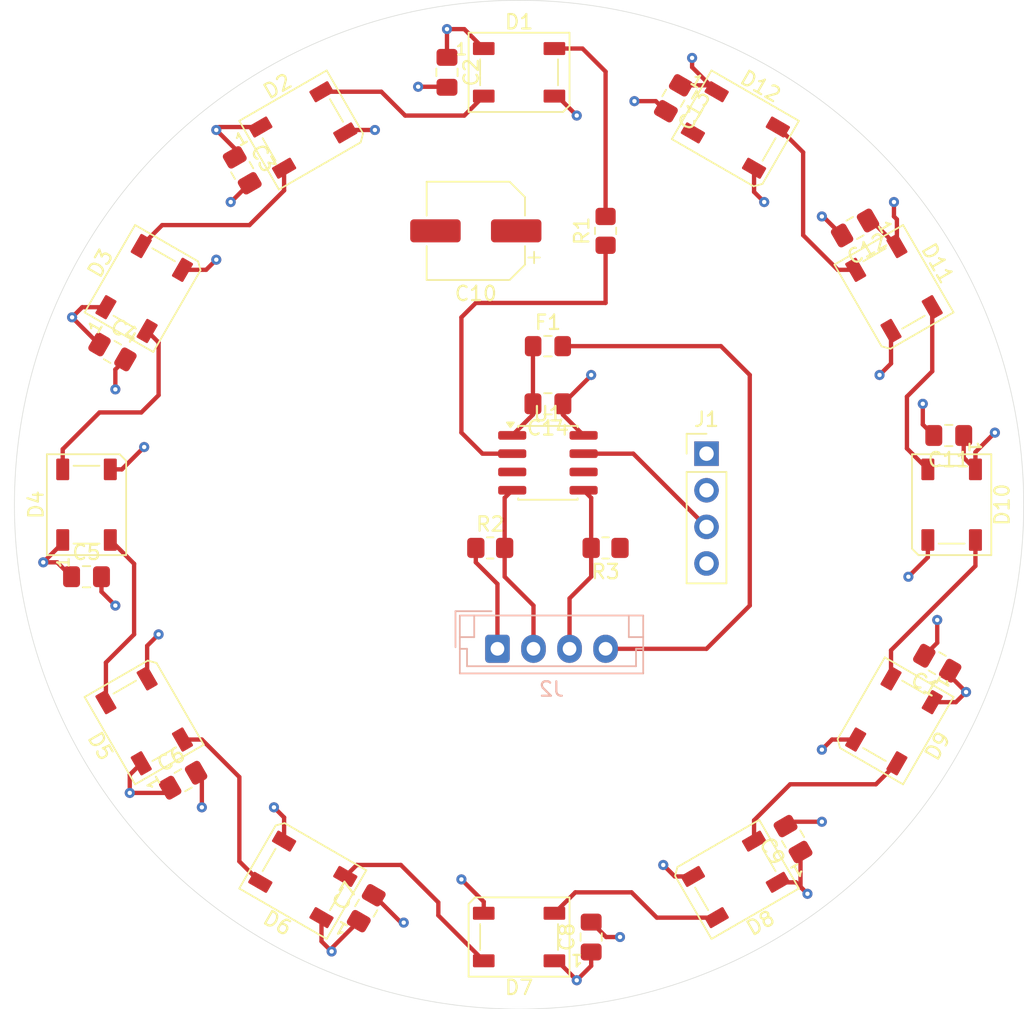
<source format=kicad_pcb>
(kicad_pcb (version 20241229) (generator "pcbnew") (generator_version "9.0")
  (layers (0 "F.Cu" signal "Front") (4 "In1.Cu" signal) (6 "In2.Cu" signal) (2 "B.Cu" signal "Back") (13 "F.Paste" user) (15 "B.Paste" user) (5 "F.SilkS" user "F.Silkscreen") (7 "B.SilkS" user "B.Silkscreen") (1 "F.Mask" user) (3 "B.Mask" user) (25 "Edge.Cuts" user))
  (net 0 "")
  (net 1 "GND")
  (net 2 "+5V")
  (net 3 "Net-(D1-DOUT)")
  (net 4 "Net-(D1-DIN)")
  (net 5 "Net-(D2-DOUT)")
  (net 6 "Net-(D3-DOUT)")
  (net 7 "Net-(D4-DOUT)")
  (net 8 "Net-(D5-DOUT)")
  (net 9 "Net-(D7-DOUT)")
  (net 10 "Net-(D8-DOUT)")
  (net 11 "Net-(D10-DOUT)")
  (net 12 "Net-(D6-DOUT)")
  (net 13 "Programmierpin")
  (net 15 "Neopixel_DATA")
  (net 16 "I2C_SDA")
  (net 17 "I2C_SCL")
  (net 20 "DOUT{slash}IN")
  (net 21 "Net-(D11-DOUT)")
  (net 22 "Net-(J2-Pin_4)")
  (footprint "LED_SMD:LED_WS2812B_PLCC4_5.0x5.0mm_P3.2mm" (layer "F.Cu") (at 135 131 150)
    (property "Reference" "D6" (at 0 -3.5 150) (layer "F.SilkS"))
    (property "Value" "WS2812B")
    (fp_text user "1" (at -4.000001 -1.6 150) (layer "F.SilkS") (effects (font (size 0.8 0.8))))
    (pad "1" smd roundrect (at -2.45 -1.65 150) (size 1.5 0.9) (layers "F.Cu" "F.Mask" "F.Paste") (roundrect_rratio 0.1) (net 2 "+5V"))
    (pad "2" smd roundrect (at -2.45 1.65 150) (size 1.5 0.9) (layers "F.Cu" "F.Mask" "F.Paste") (roundrect_rratio 0.1) (net 12 "Net-(D6-DOUT)"))
    (pad "3" smd roundrect (at 2.45 1.65 150) (size 1.5 0.9) (layers "F.Cu" "F.Mask" "F.Paste") (roundrect_rratio 0.1) (net 1 "GND"))
    (pad "4" smd roundrect (at 2.45 -1.65 150) (size 1.5 0.9) (layers "F.Cu" "F.Mask" "F.Paste") (roundrect_rratio 0.1) (net 8 "Net-(D5-DOUT)"))
  )
  (footprint "Capacitor_SMD:C_0805_2012Metric_Pad1.18x1.45mm_HandSolder" (layer "F.Cu") (at 152 98 180)
    (property "Reference" "C14" (at 0 -1.68 0) (layer "F.SilkS"))
    (property "Value" "100nF")
    (pad "1" smd roundrect (at -1.0375 0 180) (size 1.175 1.45) (layers "F.Cu" "F.Mask" "F.Paste") (roundrect_rratio 0.212766) (net 1 "GND"))
    (pad "2" smd roundrect (at 1.0375 0 180) (size 1.175 1.45) (layers "F.Cu" "F.Mask" "F.Paste") (roundrect_rratio 0.212766) (net 2 "+5V"))
  )
  (footprint "Package_SO:SOIC-8_3.9x4.9mm_P1.27mm" (layer "F.Cu") (at 152 102.095)
    (property "Reference" "U1" (at 0 -3.4 0) (layer "F.SilkS"))
    (property "Value" "ATtiny202-SS")
    (pad "1" smd roundrect (at -2.475 -1.905) (size 1.95 0.6) (layers "F.Cu" "F.Mask" "F.Paste") (net 2 "+5V"))
    (pad "2" smd roundrect (at -2.475 -0.635) (size 1.95 0.6) (layers "F.Cu" "F.Mask" "F.Paste") (net 15 "Neopixel_DATA"))
    (pad "3" smd roundrect (at -2.475 0.635) (size 1.95 0.6) (layers "F.Cu" "F.Mask" "F.Paste"))
    (pad "4" smd roundrect (at -2.475 1.905) (size 1.95 0.6) (layers "F.Cu" "F.Mask" "F.Paste") (net 16 "I2C_SDA"))
    (pad "5" smd roundrect (at 2.475 1.905) (size 1.95 0.6) (layers "F.Cu" "F.Mask" "F.Paste") (net 17 "I2C_SCL"))
    (pad "6" smd roundrect (at 2.475 0.635) (size 1.95 0.6) (layers "F.Cu" "F.Mask" "F.Paste"))
    (pad "7" smd roundrect (at 2.475 -0.635) (size 1.95 0.6) (layers "F.Cu" "F.Mask" "F.Paste") (net 13 "Programmierpin"))
    (pad "8" smd roundrect (at 2.475 -1.905) (size 1.95 0.6) (layers "F.Cu" "F.Mask" "F.Paste") (net 1 "GND"))
  )
  (footprint "LED_SMD:LED_WS2812B_PLCC4_5.0x5.0mm_P3.2mm" (layer "F.Cu") (at 124 120 120)
    (property "Reference" "D5" (at 0 -3.5 120) (layer "F.SilkS"))
    (property "Value" "WS2812B")
    (fp_text user "1" (at -4 -1.6 120) (layer "F.SilkS") (effects (font (size 0.8 0.8))))
    (pad "1" smd roundrect (at -2.45 -1.65 120) (size 1.5 0.9) (layers "F.Cu" "F.Mask" "F.Paste") (roundrect_rratio 0.1) (net 2 "+5V"))
    (pad "2" smd roundrect (at -2.45 1.65 120) (size 1.5 0.9) (layers "F.Cu" "F.Mask" "F.Paste") (roundrect_rratio 0.1) (net 8 "Net-(D5-DOUT)"))
    (pad "3" smd roundrect (at 2.45 1.65 120) (size 1.5 0.9) (layers "F.Cu" "F.Mask" "F.Paste") (roundrect_rratio 0.1) (net 1 "GND"))
    (pad "4" smd roundrect (at 2.45 -1.65 120) (size 1.5 0.9) (layers "F.Cu" "F.Mask" "F.Paste") (roundrect_rratio 0.1) (net 7 "Net-(D4-DOUT)"))
  )
  (footprint "Capacitor_SMD:C_0805_2012Metric_Pad1.18x1.45mm_HandSolder" (layer "F.Cu") (at 173.3 85.8 -150)
    (property "Reference" "C12" (at 0 -1.68 30) (layer "F.SilkS"))
    (property "Value" "100nF")
    (pad "1" smd roundrect (at -1.0375 0 210) (size 1.175 1.45) (layers "F.Cu" "F.Mask" "F.Paste") (roundrect_rratio 0.212766) (net 2 "+5V"))
    (pad "2" smd roundrect (at 1.0375 0 210) (size 1.175 1.45) (layers "F.Cu" "F.Mask" "F.Paste") (roundrect_rratio 0.212766) (net 1 "GND"))
  )
  (footprint "Capacitor_SMD:C_0805_2012Metric_Pad1.18x1.45mm_HandSolder" (layer "F.Cu") (at 126.701499 124.11875 30)
    (property "Reference" "C6" (at 0 -1.68 30) (layer "F.SilkS"))
    (property "Value" "100nF")
    (pad "1" smd roundrect (at -1.0375 0 30) (size 1.175 1.45) (layers "F.Cu" "F.Mask" "F.Paste") (roundrect_rratio 0.212766) (net 2 "+5V"))
    (pad "2" smd roundrect (at 1.0375 0 30) (size 1.175 1.45) (layers "F.Cu" "F.Mask" "F.Paste") (roundrect_rratio 0.212766) (net 1 "GND"))
  )
  (footprint "Capacitor_SMD:C_0805_2012Metric_Pad1.18x1.45mm_HandSolder" (layer "F.Cu") (at 169 128.2 120)
    (property "Reference" "C9" (at 0 -1.68 120) (layer "F.SilkS"))
    (property "Value" "100nF")
    (pad "1" smd roundrect (at -1.0375 0 120) (size 1.175 1.45) (layers "F.Cu" "F.Mask" "F.Paste") (roundrect_rratio 0.212766) (net 2 "+5V"))
    (pad "2" smd roundrect (at 1.0375 0 120) (size 1.175 1.45) (layers "F.Cu" "F.Mask" "F.Paste") (roundrect_rratio 0.212766) (net 1 "GND"))
  )
  (footprint "Resistor_SMD:R_0805_2012Metric_Pad1.20x1.40mm_HandSolder" (layer "F.Cu") (at 156 86 90)
    (property "Reference" "R1" (at 0 -1.65 90) (layer "F.SilkS"))
    (property "Value" "330R")
    (pad "1" smd roundrect (at -1 0 90) (size 1.2 1.4) (layers "F.Cu" "F.Mask" "F.Paste") (roundrect_rratio 0.208333) (net 15 "Neopixel_DATA"))
    (pad "2" smd roundrect (at 1 0 90) (size 1.2 1.4) (layers "F.Cu" "F.Mask" "F.Paste") (roundrect_rratio 0.208333) (net 4 "Net-(D1-DIN)"))
  )
  (footprint "Resistor_SMD:R_0805_2012Metric_Pad1.20x1.40mm_HandSolder" (layer "F.Cu") (at 156 108 180)
    (property "Reference" "R3" (at 0 -1.65 0) (layer "F.SilkS"))
    (property "Value" "4.7K")
    (pad "1" smd roundrect (at -1 0 180) (size 1.2 1.4) (layers "F.Cu" "F.Mask" "F.Paste") (roundrect_rratio 0.208333) (net 1 "GND"))
    (pad "2" smd roundrect (at 1 0 180) (size 1.2 1.4) (layers "F.Cu" "F.Mask" "F.Paste") (roundrect_rratio 0.208333) (net 17 "I2C_SCL"))
  )
  (footprint "LED_SMD:LED_WS2812B_PLCC4_5.0x5.0mm_P3.2mm" (layer "F.Cu") (at 180 105 -90)
    (property "Reference" "D10" (at 0 -3.5 90) (layer "F.SilkS"))
    (property "Value" "WS2812B")
    (fp_text user "1" (at -4 -1.6 270) (layer "F.SilkS") (effects (font (size 0.8 0.8))))
    (pad "1" smd roundrect (at -2.45 -1.65 270) (size 1.5 0.9) (layers "F.Cu" "F.Mask" "F.Paste") (roundrect_rratio 0.1) (net 2 "+5V"))
    (pad "2" smd roundrect (at -2.45 1.65 270) (size 1.5 0.9) (layers "F.Cu" "F.Mask" "F.Paste") (roundrect_rratio 0.1) (net 11 "Net-(D10-DOUT)"))
    (pad "3" smd roundrect (at 2.45 1.65 270) (size 1.5 0.9) (layers "F.Cu" "F.Mask" "F.Paste") (roundrect_rratio 0.1) (net 1 "GND"))
    (pad "4" smd roundrect (at 2.45 -1.65 270) (size 1.5 0.9) (layers "F.Cu" "F.Mask" "F.Paste") (roundrect_rratio 0.1) (net 20 "DOUT{slash}IN"))
  )
  (footprint "Capacitor_SMD:C_0805_2012Metric_Pad1.18x1.45mm_HandSolder" (layer "F.Cu") (at 145 75 -90)
    (property "Reference" "C2" (at 0 -1.68 90) (layer "F.SilkS"))
    (property "Value" "100nF")
    (pad "1" smd roundrect (at -1.0375 0 270) (size 1.175 1.45) (layers "F.Cu" "F.Mask" "F.Paste") (roundrect_rratio 0.212766) (net 2 "+5V"))
    (pad "2" smd roundrect (at 1.0375 0 270) (size 1.175 1.45) (layers "F.Cu" "F.Mask" "F.Paste") (roundrect_rratio 0.212766) (net 1 "GND"))
  )
  (footprint "LED_SMD:LED_WS2812B_PLCC4_5.0x5.0mm_P3.2mm" (layer "F.Cu") (at 165 79 -30)
    (property "Reference" "D12" (at 0 -3.5 150) (layer "F.SilkS"))
    (property "Value" "WS2812B")
    (fp_text user "1" (at -4.000001 -1.6 330) (layer "F.SilkS") (effects (font (size 0.8 0.8))))
    (pad "1" smd roundrect (at -2.45 -1.65 330) (size 1.5 0.9) (layers "F.Cu" "F.Mask" "F.Paste") (roundrect_rratio 0.1) (net 2 "+5V"))
    (pad "2" smd roundrect (at -2.45 1.65 330) (size 1.5 0.9) (layers "F.Cu" "F.Mask" "F.Paste") (roundrect_rratio 0.1))
    (pad "3" smd roundrect (at 2.45 1.65 330) (size 1.5 0.9) (layers "F.Cu" "F.Mask" "F.Paste") (roundrect_rratio 0.1) (net 1 "GND"))
    (pad "4" smd roundrect (at 2.45 -1.65 330) (size 1.5 0.9) (layers "F.Cu" "F.Mask" "F.Paste") (roundrect_rratio 0.1) (net 21 "Net-(D11-DOUT)"))
  )
  (footprint "Fuse:Fuse_0805_2012Metric_Pad1.15x1.40mm_HandSolder" (layer "F.Cu") (at 152 94)
    (property "Reference" "F1" (at 0 -1.65 0) (layer "F.SilkS"))
    (property "Value" "Polyfuse")
    (pad "1" smd roundrect (at -1.025 0) (size 1.15 1.4) (layers "F.Cu" "F.Mask" "F.Paste") (roundrect_rratio 0.217391) (net 2 "+5V"))
    (pad "2" smd roundrect (at 1.025 0) (size 1.15 1.4) (layers "F.Cu" "F.Mask" "F.Paste") (roundrect_rratio 0.217391) (net 22 "Net-(J2-Pin_4)"))
  )
  (footprint "Capacitor_SMD:C_0805_2012Metric_Pad1.18x1.45mm_HandSolder" (layer "F.Cu") (at 121.8 94.4 -30)
    (property "Reference" "C4" (at 0 -1.68 150) (layer "F.SilkS"))
    (property "Value" "100nF")
    (pad "1" smd roundrect (at -1.0375 0 330) (size 1.175 1.45) (layers "F.Cu" "F.Mask" "F.Paste") (roundrect_rratio 0.212766) (net 2 "+5V"))
    (pad "2" smd roundrect (at 1.0375 0 330) (size 1.175 1.45) (layers "F.Cu" "F.Mask" "F.Paste") (roundrect_rratio 0.212766) (net 1 "GND"))
  )
  (footprint "LED_SMD:LED_WS2812B_PLCC4_5.0x5.0mm_P3.2mm" (layer "F.Cu") (at 150 135 180)
    (property "Reference" "D7" (at 0 -3.5 0) (layer "F.SilkS"))
    (property "Value" "WS2812B")
    (fp_text user "1" (at -4 -1.6 180) (layer "F.SilkS") (effects (font (size 0.8 0.8))))
    (pad "1" smd roundrect (at -2.45 -1.65 180) (size 1.5 0.9) (layers "F.Cu" "F.Mask" "F.Paste") (roundrect_rratio 0.1) (net 2 "+5V"))
    (pad "2" smd roundrect (at -2.45 1.65 180) (size 1.5 0.9) (layers "F.Cu" "F.Mask" "F.Paste") (roundrect_rratio 0.1) (net 9 "Net-(D7-DOUT)"))
    (pad "3" smd roundrect (at 2.45 1.65 180) (size 1.5 0.9) (layers "F.Cu" "F.Mask" "F.Paste") (roundrect_rratio 0.1) (net 1 "GND"))
    (pad "4" smd roundrect (at 2.45 -1.65 180) (size 1.5 0.9) (layers "F.Cu" "F.Mask" "F.Paste") (roundrect_rratio 0.1) (net 12 "Net-(D6-DOUT)"))
  )
  (footprint "Capacitor_SMD:C_0805_2012Metric_Pad1.18x1.45mm_HandSolder" (layer "F.Cu") (at 130.8 81.8 -60)
    (property "Reference" "C3" (at 0 -1.68 120) (layer "F.SilkS"))
    (property "Value" "100nF")
    (pad "1" smd roundrect (at -1.0375 0 300) (size 1.175 1.45) (layers "F.Cu" "F.Mask" "F.Paste") (roundrect_rratio 0.212766) (net 2 "+5V"))
    (pad "2" smd roundrect (at 1.0375 0 300) (size 1.175 1.45) (layers "F.Cu" "F.Mask" "F.Paste") (roundrect_rratio 0.212766) (net 1 "GND"))
  )
  (footprint "LED_SMD:LED_WS2812B_PLCC4_5.0x5.0mm_P3.2mm" (layer "F.Cu") (at 120 105 90)
    (property "Reference" "D4" (at 0 -3.5 90) (layer "F.SilkS"))
    (property "Value" "WS2812B")
    (fp_text user "1" (at -4 -1.6 90) (layer "F.SilkS") (effects (font (size 0.8 0.8))))
    (pad "1" smd roundrect (at -2.45 -1.65 90) (size 1.5 0.9) (layers "F.Cu" "F.Mask" "F.Paste") (roundrect_rratio 0.1) (net 2 "+5V"))
    (pad "2" smd roundrect (at -2.45 1.65 90) (size 1.5 0.9) (layers "F.Cu" "F.Mask" "F.Paste") (roundrect_rratio 0.1) (net 7 "Net-(D4-DOUT)"))
    (pad "3" smd roundrect (at 2.45 1.65 90) (size 1.5 0.9) (layers "F.Cu" "F.Mask" "F.Paste") (roundrect_rratio 0.1) (net 1 "GND"))
    (pad "4" smd roundrect (at 2.45 -1.65 90) (size 1.5 0.9) (layers "F.Cu" "F.Mask" "F.Paste") (roundrect_rratio 0.1) (net 6 "Net-(D3-DOUT)"))
  )
  (footprint "LED_SMD:LED_WS2812B_PLCC4_5.0x5.0mm_P3.2mm" (layer "F.Cu") (at 176 90 -60)
    (property "Reference" "D11" (at 0 -3.5 120) (layer "F.SilkS"))
    (property "Value" "WS2812B")
    (fp_text user "1" (at -4 -1.6 300) (layer "F.SilkS") (effects (font (size 0.8 0.8))))
    (pad "1" smd roundrect (at -2.45 -1.65 300) (size 1.5 0.9) (layers "F.Cu" "F.Mask" "F.Paste") (roundrect_rratio 0.1) (net 2 "+5V"))
    (pad "2" smd roundrect (at -2.45 1.65 300) (size 1.5 0.9) (layers "F.Cu" "F.Mask" "F.Paste") (roundrect_rratio 0.1) (net 21 "Net-(D11-DOUT)"))
    (pad "3" smd roundrect (at 2.45 1.65 300) (size 1.5 0.9) (layers "F.Cu" "F.Mask" "F.Paste") (roundrect_rratio 0.1) (net 1 "GND"))
    (pad "4" smd roundrect (at 2.45 -1.65 300) (size 1.5 0.9) (layers "F.Cu" "F.Mask" "F.Paste") (roundrect_rratio 0.1) (net 11 "Net-(D10-DOUT)"))
  )
  (footprint "LED_SMD:LED_WS2812B_PLCC4_5.0x5.0mm_P3.2mm" (layer "F.Cu") (at 176 120 -120)
    (property "Reference" "D9" (at 0 -3.5 60) (layer "F.SilkS"))
    (property "Value" "WS2812B")
    (fp_text user "1" (at -4.000001 -1.6 240) (layer "F.SilkS") (effects (font (size 0.8 0.8))))
    (pad "1" smd roundrect (at -2.45 -1.65 240) (size 1.5 0.9) (layers "F.Cu" "F.Mask" "F.Paste") (roundrect_rratio 0.1) (net 2 "+5V"))
    (pad "2" smd roundrect (at -2.45 1.65 240) (size 1.5 0.9) (layers "F.Cu" "F.Mask" "F.Paste") (roundrect_rratio 0.1) (net 20 "DOUT{slash}IN"))
    (pad "3" smd roundrect (at 2.45 1.65 240) (size 1.5 0.9) (layers "F.Cu" "F.Mask" "F.Paste") (roundrect_rratio 0.1) (net 1 "GND"))
    (pad "4" smd roundrect (at 2.45 -1.65 240) (size 1.5 0.9) (layers "F.Cu" "F.Mask" "F.Paste") (roundrect_rratio 0.1) (net 10 "Net-(D8-DOUT)"))
  )
  (footprint "LED_SMD:LED_WS2812B_PLCC4_5.0x5.0mm_P3.2mm" (layer "F.Cu") (at 124 90 60)
    (property "Reference" "D3" (at 0 -3.5 60) (layer "F.SilkS"))
    (property "Value" "WS2812B")
    (fp_text user "1" (at -4.000001 -1.6 60) (layer "F.SilkS") (effects (font (size 0.8 0.8))))
    (pad "1" smd roundrect (at -2.45 -1.65 60) (size 1.5 0.9) (layers "F.Cu" "F.Mask" "F.Paste") (roundrect_rratio 0.1) (net 2 "+5V"))
    (pad "2" smd roundrect (at -2.45 1.65 60) (size 1.5 0.9) (layers "F.Cu" "F.Mask" "F.Paste") (roundrect_rratio 0.1) (net 6 "Net-(D3-DOUT)"))
    (pad "3" smd roundrect (at 2.45 1.65 60) (size 1.5 0.9) (layers "F.Cu" "F.Mask" "F.Paste") (roundrect_rratio 0.1) (net 1 "GND"))
    (pad "4" smd roundrect (at 2.45 -1.65 60) (size 1.5 0.9) (layers "F.Cu" "F.Mask" "F.Paste") (roundrect_rratio 0.1) (net 5 "Net-(D2-DOUT)"))
  )
  (footprint "LED_SMD:LED_WS2812B_PLCC4_5.0x5.0mm_P3.2mm" (layer "F.Cu") (at 165 131 -150)
    (property "Reference" "D8" (at 0 -3.5 30) (layer "F.SilkS"))
    (property "Value" "WS2812B")
    (fp_text user "1" (at -4 -1.6 210) (layer "F.SilkS") (effects (font (size 0.8 0.8))))
    (pad "1" smd roundrect (at -2.45 -1.65 210) (size 1.5 0.9) (layers "F.Cu" "F.Mask" "F.Paste") (roundrect_rratio 0.1) (net 2 "+5V"))
    (pad "2" smd roundrect (at -2.45 1.65 210) (size 1.5 0.9) (layers "F.Cu" "F.Mask" "F.Paste") (roundrect_rratio 0.1) (net 10 "Net-(D8-DOUT)"))
    (pad "3" smd roundrect (at 2.45 1.65 210) (size 1.5 0.9) (layers "F.Cu" "F.Mask" "F.Paste") (roundrect_rratio 0.1) (net 1 "GND"))
    (pad "4" smd roundrect (at 2.45 -1.65 210) (size 1.5 0.9) (layers "F.Cu" "F.Mask" "F.Paste") (roundrect_rratio 0.1) (net 9 "Net-(D7-DOUT)"))
  )
  (footprint "Capacitor_SMD:C_0805_2012Metric_Pad1.18x1.45mm_HandSolder" (layer "F.Cu") (at 120 110)
    (property "Reference" "C5" (at 0 -1.68 0) (layer "F.SilkS"))
    (property "Value" "100nF")
    (pad "1" smd roundrect (at -1.0375 0) (size 1.175 1.45) (layers "F.Cu" "F.Mask" "F.Paste") (roundrect_rratio 0.212766) (net 2 "+5V"))
    (pad "2" smd roundrect (at 1.0375 0) (size 1.175 1.45) (layers "F.Cu" "F.Mask" "F.Paste") (roundrect_rratio 0.212766) (net 1 "GND"))
  )
  (footprint "LED_SMD:LED_WS2812B_PLCC4_5.0x5.0mm_P3.2mm" (layer "F.Cu") (at 135 79 30)
    (property "Reference" "D2" (at 0 -3.5 30) (layer "F.SilkS"))
    (property "Value" "WS2812B")
    (fp_text user "1" (at -4 -1.6 30) (layer "F.SilkS") (effects (font (size 0.8 0.8))))
    (pad "1" smd roundrect (at -2.45 -1.65 30) (size 1.5 0.9) (layers "F.Cu" "F.Mask" "F.Paste") (roundrect_rratio 0.1) (net 2 "+5V"))
    (pad "2" smd roundrect (at -2.45 1.65 30) (size 1.5 0.9) (layers "F.Cu" "F.Mask" "F.Paste") (roundrect_rratio 0.1) (net 5 "Net-(D2-DOUT)"))
    (pad "3" smd roundrect (at 2.45 1.65 30) (size 1.5 0.9) (layers "F.Cu" "F.Mask" "F.Paste") (roundrect_rratio 0.1) (net 1 "GND"))
    (pad "4" smd roundrect (at 2.45 -1.65 30) (size 1.5 0.9) (layers "F.Cu" "F.Mask" "F.Paste") (roundrect_rratio 0.1) (net 3 "Net-(D1-DOUT)"))
  )
  (footprint "Capacitor_SMD:C_0805_2012Metric_Pad1.18x1.45mm_HandSolder" (layer "F.Cu") (at 160.7 76.8 -120)
    (property "Reference" "C13" (at 0 -1.68 60) (layer "F.SilkS"))
    (property "Value" "100nF")
    (pad "1" smd roundrect (at -1.0375 0 240) (size 1.175 1.45) (layers "F.Cu" "F.Mask" "F.Paste") (roundrect_rratio 0.212766) (net 2 "+5V"))
    (pad "2" smd roundrect (at 1.0375 0 240) (size 1.175 1.45) (layers "F.Cu" "F.Mask" "F.Paste") (roundrect_rratio 0.212766) (net 1 "GND"))
  )
  (footprint "Capacitor_SMD:C_0805_2012Metric_Pad1.18x1.45mm_HandSolder" (layer "F.Cu") (at 179 116 150)
    (property "Reference" "C1" (at 0 -1.68 150) (layer "F.SilkS"))
    (property "Value" "100nF")
    (pad "1" smd roundrect (at -1.0375 0 150) (size 1.175 1.45) (layers "F.Cu" "F.Mask" "F.Paste") (roundrect_rratio 0.212766) (net 2 "+5V"))
    (pad "2" smd roundrect (at 1.0375 0 150) (size 1.175 1.45) (layers "F.Cu" "F.Mask" "F.Paste") (roundrect_rratio 0.212766) (net 1 "GND"))
  )
  (footprint "Capacitor_SMD:C_0805_2012Metric_Pad1.18x1.45mm_HandSolder" (layer "F.Cu") (at 155 135 90)
    (property "Reference" "C8" (at 0 -1.68 90) (layer "F.SilkS"))
    (property "Value" "100nF")
    (pad "1" smd roundrect (at -1.0375 0 90) (size 1.175 1.45) (layers "F.Cu" "F.Mask" "F.Paste") (roundrect_rratio 0.212766) (net 2 "+5V"))
    (pad "2" smd roundrect (at 1.0375 0 90) (size 1.175 1.45) (layers "F.Cu" "F.Mask" "F.Paste") (roundrect_rratio 0.212766) (net 1 "GND"))
  )
  (footprint "Capacitor_SMD:C_0805_2012Metric_Pad1.18x1.45mm_HandSolder" (layer "F.Cu") (at 179.8 100.2 180)
    (property "Reference" "C11" (at 0 -1.68 0) (layer "F.SilkS"))
    (property "Value" "100nF")
    (pad "1" smd roundrect (at -1.0375 0 180) (size 1.175 1.45) (layers "F.Cu" "F.Mask" "F.Paste") (roundrect_rratio 0.212766) (net 2 "+5V"))
    (pad "2" smd roundrect (at 1.0375 0 180) (size 1.175 1.45) (layers "F.Cu" "F.Mask" "F.Paste") (roundrect_rratio 0.212766) (net 1 "GND"))
  )
  (footprint "Connector_PinHeader_2.54mm:PinHeader_1x04_P2.54mm_Vertical" (layer "F.Cu") (at 163 101.46)
    (property "Reference" "J1" (at 0 -2.38 0) (layer "F.SilkS"))
    (property "Value" "Programming")
    (pad "1" thru_hole rect (at 0 0) (size 1.7 1.7) (drill 1) (layers "*.Cu" "*.Mask"))
    (pad "2" thru_hole circle (at 0 2.54) (size 1.7 1.7) (drill 1) (layers "*.Cu" "*.Mask") (net 1 "GND"))
    (pad "3" thru_hole circle (at 0 5.08) (size 1.7 1.7) (drill 1) (layers "*.Cu" "*.Mask") (net 13 "Programmierpin"))
    (pad "4" thru_hole circle (at 0 7.62) (size 1.7 1.7) (drill 1) (layers "*.Cu" "*.Mask") (net 2 "+5V"))
  )
  (footprint "Capacitor_SMD:CP_Elec_6.3x5.4" (layer "F.Cu") (at 147 86 180)
    (property "Reference" "C10" (at 0 -4.35 0) (layer "F.SilkS"))
    (property "Value" "1000uF")
    (pad "1" smd roundrect (at -2.8 0 180) (size 3.5 1.6) (layers "F.Cu" "F.Mask" "F.Paste") (roundrect_rratio 0.15625) (net 2 "+5V"))
    (pad "2" smd roundrect (at 2.8 0 180) (size 3.5 1.6) (layers "F.Cu" "F.Mask" "F.Paste") (roundrect_rratio 0.15625) (net 1 "GND"))
  )
  (footprint "Resistor_SMD:R_0805_2012Metric_Pad1.20x1.40mm_HandSolder" (layer "F.Cu") (at 148 108)
    (property "Reference" "R2" (at 0 -1.65 0) (layer "F.SilkS"))
    (property "Value" "4.7K")
    (pad "1" smd roundrect (at -1 0) (size 1.2 1.4) (layers "F.Cu" "F.Mask" "F.Paste") (roundrect_rratio 0.208333) (net 1 "GND"))
    (pad "2" smd roundrect (at 1 0) (size 1.2 1.4) (layers "F.Cu" "F.Mask" "F.Paste") (roundrect_rratio 0.208333) (net 16 "I2C_SDA"))
  )
  (footprint "Capacitor_SMD:C_0805_2012Metric_Pad1.18x1.45mm_HandSolder" (layer "F.Cu") (at 139.4 133 60)
    (property "Reference" "C7" (at 0 -1.68 60) (layer "F.SilkS"))
    (property "Value" "100nF")
    (pad "1" smd roundrect (at -1.0375 0 60) (size 1.175 1.45) (layers "F.Cu" "F.Mask" "F.Paste") (roundrect_rratio 0.212766) (net 2 "+5V"))
    (pad "2" smd roundrect (at 1.0375 0 60) (size 1.175 1.45) (layers "F.Cu" "F.Mask" "F.Paste") (roundrect_rratio 0.212766) (net 1 "GND"))
  )
  (footprint "LED_SMD:LED_WS2812B_PLCC4_5.0x5.0mm_P3.2mm" (layer "F.Cu") (at 150 75)
    (property "Reference" "D1" (at 0 -3.5 0) (layer "F.SilkS"))
    (property "Value" "WS2812B")
    (fp_text user "1" (at -4 -1.6 0) (layer "F.SilkS") (effects (font (size 0.8 0.8))))
    (pad "1" smd roundrect (at -2.45 -1.65) (size 1.5 0.9) (layers "F.Cu" "F.Mask" "F.Paste") (roundrect_rratio 0.1) (net 2 "+5V"))
    (pad "2" smd roundrect (at -2.45 1.65) (size 1.5 0.9) (layers "F.Cu" "F.Mask" "F.Paste") (roundrect_rratio 0.1) (net 3 "Net-(D1-DOUT)"))
    (pad "3" smd roundrect (at 2.45 1.65) (size 1.5 0.9) (layers "F.Cu" "F.Mask" "F.Paste") (roundrect_rratio 0.1) (net 1 "GND"))
    (pad "4" smd roundrect (at 2.45 -1.65) (size 1.5 0.9) (layers "F.Cu" "F.Mask" "F.Paste") (roundrect_rratio 0.1) (net 4 "Net-(D1-DIN)"))
  )
  (footprint "Connector_JST:JST_EH_B4B-EH-A_1x04_P2.50mm_Vertical" (layer "B.Cu") (at 148.5 115)
    (property "Reference" "J2" (at 3.75 2.8 0) (layer "B.SilkS") (effects (justify mirror)))
    (property "Value" "I2C")
    (pad "1" thru_hole roundrect (at 0 0) (size 1.7 1.95) (drill 0.95) (layers "*.Cu" "*.Mask") (roundrect_rratio 0.147059) (net 1 "GND"))
    (pad "2" thru_hole oval (at 2.5 0) (size 1.7 1.95) (drill 0.95) (layers "*.Cu" "*.Mask") (net 16 "I2C_SDA"))
    (pad "3" thru_hole oval (at 5 0) (size 1.7 1.95) (drill 0.95) (layers "*.Cu" "*.Mask") (net 17 "I2C_SCL"))
    (pad "4" thru_hole oval (at 7.5 0) (size 1.7 1.95) (drill 0.95) (layers "*.Cu" "*.Mask") (net 22 "Net-(J2-Pin_4)"))
  )
  (gr_circle (center 150 105) (end 185 105) (stroke (width 0.0381)) (fill no) (layer "Edge.Cuts"))
  (segment (start 133.703238 128.346058) (end 133.703238 126.703238) (width 0.3) (layer "F.Cu") (net 1))
  (segment (start 147.55 132.55) (end 146 131) (width 0.3) (layer "F.Cu") (net 1))
  (segment (start 152.45 76.65) (end 152.65 76.65) (width 0.3) (layer "F.Cu") (net 1))
  (segment (start 147.55 133.35) (end 147.55 132.55) (width 0.3) (layer "F.Cu") (net 1))
  (segment (start 130.017251 84) (end 131.31875 82.698501) (width 0.3) (layer "F.Cu") (net 1))
  (segment (start 175.796058 92.946762) (end 175.796058 95.203942) (width 0.3) (layer "F.Cu") (net 1))
  (segment (start 122 97) (end 122 95.617251) (width 0.3) (layer "F.Cu") (net 1))
  (segment (start 130 84) (end 130.017251 84) (width 0.3) (layer "F.Cu") (net 1))
  (segment (start 133.703238 126.703238) (end 133 126) (width 0.3) (layer "F.Cu") (net 1))
  (segment (start 158 77) (end 159.482749 77) (width 0.3) (layer "F.Cu") (net 1))
  (segment (start 171.082749 85) (end 172.401499 86.31875) (width 0.3) (layer "F.Cu") (net 1))
  (segment (start 153.0375 98) (end 153.0375 98.7525) (width 0.3) (layer "F.Cu") (net 1))
  (segment (start 171.703238 121.296762) (end 171 122) (width 0.3) (layer "F.Cu") (net 1))
  (segment (start 128 126) (end 128 124) (width 0.3) (layer "F.Cu") (net 1))
  (segment (start 144.9625 76) (end 145 76.0375) (width 0.3) (layer "F.Cu") (net 1))
  (segment (start 147 109) (end 148.5 110.5) (width 0.3) (layer "F.Cu") (net 1))
  (segment (start 166.296762 81.653942) (end 166.296762 83.296762) (width 0.3) (layer "F.Cu") (net 1))
  (segment (start 124.203942 114.796058) (end 125 114) (width 0.3) (layer "F.Cu") (net 1))
  (segment (start 143 76) (end 144.9625 76) (width 0.3) (layer "F.Cu") (net 1))
  (segment (start 122.45 102.55) (end 124 101) (width 0.3) (layer "F.Cu") (net 1))
  (segment (start 157 135) (end 156.0375 135) (width 0.3) (layer "F.Cu") (net 1))
  (segment (start 138.150704 79) (end 137.946762 79.203942) (width 0.3) (layer "F.Cu") (net 1))
  (segment (start 155 96) (end 155 96.0375) (width 0.3) (layer "F.Cu") (net 1))
  (segment (start 122 95.617251) (end 122.698501 94.91875) (width 0.3) (layer "F.Cu") (net 1))
  (segment (start 147 108) (end 147 109) (width 0.3) (layer "F.Cu") (net 1))
  (segment (start 178.35 107.45) (end 178.35 108.65) (width 0.3) (layer "F.Cu") (net 1))
  (segment (start 121.0375 110) (end 121.0375 111.0375) (width 0.3) (layer "F.Cu") (net 1))
  (segment (start 173.346058 121.296762) (end 171.703238 121.296762) (width 0.3) (layer "F.Cu") (net 1))
  (segment (start 124.203942 117.053238) (end 124.203942 114.796058) (width 0.3) (layer "F.Cu") (net 1))
  (segment (start 171 85) (end 171.082749 85) (width 0.3) (layer "F.Cu") (net 1))
  (segment (start 142 134) (end 141.817251 134) (width 0.3) (layer "F.Cu") (net 1))
  (segment (start 162.053238 130.796058) (end 160.796058 130.796058) (width 0.3) (layer "F.Cu") (net 1))
  (segment (start 153.0375 98.7525) (end 154.475 100.19) (width 0.3) (layer "F.Cu") (net 1))
  (segment (start 152.65 76.65) (end 154 78) (width 0.3) (layer "F.Cu") (net 1))
  (segment (start 128.296762 88.703238) (end 129 88) (width 0.3) (layer "F.Cu") (net 1))
  (segment (start 179 114.582749) (end 178.101499 115.48125) (width 0.3) (layer "F.Cu") (net 1))
  (segment (start 153.025 97.9875) (end 153.0375 98) (width 0.3) (layer "F.Cu") (net 1))
  (segment (start 148.5 110.5) (end 148.5 115) (width 0.3) (layer "F.Cu") (net 1))
  (segment (start 168.782749 127) (end 168.48125 127.301499) (width 0.3) (layer "F.Cu") (net 1))
  (segment (start 160.796058 130.796058) (end 160 130) (width 0.3) (layer "F.Cu") (net 1))
  (segment (start 126.653942 88.703238) (end 128.296762 88.703238) (width 0.3) (layer "F.Cu") (net 1))
  (segment (start 159.482749 77) (end 160.18125 77.698501) (width 0.3) (layer "F.Cu") (net 1))
  (segment (start 175.796058 95.203942) (end 175 96) (width 0.3) (layer "F.Cu") (net 1))
  (segment (start 178 98) (end 178 99.4375) (width 0.3) (layer "F.Cu") (net 1))
  (segment (start 156.0375 135) (end 155 133.9625) (width 0.3) (layer "F.Cu") (net 1))
  (segment (start 178.35 108.65) (end 177 110) (width 0.3) (layer "F.Cu") (net 1))
  (segment (start 121.0375 111.0375) (end 122 112) (width 0.3) (layer "F.Cu") (net 1))
  (segment (start 128 124) (end 127.6 123.6) (width 0.3) (layer "F.Cu") (net 1))
  (segment (start 171 127) (end 168.782749 127) (width 0.3) (layer "F.Cu") (net 1))
  (segment (start 166.296762 83.296762) (end 167 84) (width 0.3) (layer "F.Cu") (net 1))
  (segment (start 141.817251 134) (end 139.91875 132.101499) (width 0.3) (layer "F.Cu") (net 1))
  (segment (start 155 96.0375) (end 153.0375 98) (width 0.3) (layer "F.Cu") (net 1))
  (segment (start 179 113) (end 179 114.582749) (width 0.3) (layer "F.Cu") (net 1))
  (segment (start 178 99.4375) (end 178.7625 100.2) (width 0.3) (layer "F.Cu") (net 1))
  (segment (start 121.65 102.55) (end 122.45 102.55) (width 0.3) (layer "F.Cu") (net 1))
  (segment (start 140 79) (end 138.150704 79) (width 0.3) (layer "F.Cu") (net 1))
  (via (at 130 84) (size 0.7) (drill 0.3) (layers "F.Cu" "B.Cu") (net 1))
  (via (at 133 126) (size 0.7) (drill 0.3) (layers "F.Cu" "B.Cu") (net 1))
  (via (at 160 130) (size 0.7) (drill 0.3) (layers "F.Cu" "B.Cu") (net 1))
  (via (at 125 114) (size 0.7) (drill 0.3) (layers "F.Cu" "B.Cu") (net 1))
  (via (at 124 101) (size 0.7) (drill 0.3) (layers "F.Cu" "B.Cu") (net 1))
  (via (at 140 79) (size 0.7) (drill 0.3) (layers "F.Cu" "B.Cu") (net 1))
  (via (at 143 76) (size 0.7) (drill 0.3) (layers "F.Cu" "B.Cu") (net 1))
  (via (at 158 77) (size 0.7) (drill 0.3) (layers "F.Cu" "B.Cu") (net 1))
  (via (at 142 134) (size 0.7) (drill 0.3) (layers "F.Cu" "B.Cu") (net 1))
  (via (at 157 135) (size 0.7) (drill 0.3) (layers "F.Cu" "B.Cu") (net 1))
  (via (at 167 84) (size 0.7) (drill 0.3) (layers "F.Cu" "B.Cu") (net 1))
  (via (at 154 78) (size 0.7) (drill 0.3) (layers "F.Cu" "B.Cu") (net 1))
  (via (at 171 85) (size 0.7) (drill 0.3) (layers "F.Cu" "B.Cu") (net 1))
  (via (at 129 88) (size 0.7) (drill 0.3) (layers "F.Cu" "B.Cu") (net 1))
  (via (at 122 97) (size 0.7) (drill 0.3) (layers "F.Cu" "B.Cu") (net 1))
  (via (at 155 96) (size 0.7) (drill 0.3) (layers "F.Cu" "B.Cu") (net 1))
  (via (at 128 126) (size 0.7) (drill 0.3) (layers "F.Cu" "B.Cu") (net 1))
  (via (at 179 113) (size 0.7) (drill 0.3) (layers "F.Cu" "B.Cu") (net 1))
  (via (at 171 127) (size 0.7) (drill 0.3) (layers "F.Cu" "B.Cu") (net 1))
  (via (at 178 98) (size 0.7) (drill 0.3) (layers "F.Cu" "B.Cu") (net 1))
  (via (at 175 96) (size 0.7) (drill 0.3) (layers "F.Cu" "B.Cu") (net 1))
  (via (at 177 110) (size 0.7) (drill 0.3) (layers "F.Cu" "B.Cu") (net 1))
  (via (at 171 122) (size 0.7) (drill 0.3) (layers "F.Cu" "B.Cu") (net 1))
  (via (at 146 131) (size 0.7) (drill 0.3) (layers "F.Cu" "B.Cu") (net 1))
  (via (at 122 112) (size 0.7) (drill 0.3) (layers "F.Cu" "B.Cu") (net 1))
  (segment (start 163.258679 75.901499) (end 163.703238 76.346058) (width 0.3) (layer "F.Cu") (net 2))
  (segment (start 180.296762 118.703238) (end 181 118) (width 0.3) (layer "F.Cu") (net 2))
  (segment (start 147.55 73.35) (end 146.2 72) (width 0.3) (layer "F.Cu") (net 2))
  (segment (start 161.21875 75.901499) (end 163.258679 75.901499) (width 0.3) (layer "F.Cu") (net 2))
  (segment (start 176.203942 85.203942) (end 176.203942 87.053238) (width 0.3) (layer "F.Cu") (net 2))
  (segment (start 162 74.64282) (end 163.703238 76.346058) (width 0.3) (layer "F.Cu") (net 2))
  (segment (start 130.28125 80.28125) (end 129 79) (width 0.3) (layer "F.Cu") (net 2))
  (segment (start 150.9625 98) (end 150.9625 98.7525) (width 0.3) (layer "F.Cu") (net 2))
  (segment (start 176 85) (end 176.203942 85.203942) (width 0.3) (layer "F.Cu") (net 2))
  (segment (start 119.703238 91.296762) (end 119 92) (width 0.3) (layer "F.Cu") (net 2))
  (segment (start 181.65 101.35) (end 183 100) (width 0.3) (layer "F.Cu") (net 2))
  (segment (start 123 125) (end 123 123.74282) (width 0.3) (layer "F.Cu") (net 2))
  (segment (start 150.9625 94.0125) (end 150.975 94) (width 0.3) (layer "F.Cu") (net 2))
  (segment (start 152.65 136.65) (end 154 138) (width 0.3) (layer "F.Cu") (net 2))
  (segment (start 174.431954 85.28125) (end 176.203942 87.053238) (width 0.3) (layer "F.Cu") (net 2))
  (segment (start 118.35 107.45) (end 118.35 107.65) (width 0.3) (layer "F.Cu") (net 2))
  (segment (start 179.898501 116.51875) (end 179.898501 116.898501) (width 0.3) (layer "F.Cu") (net 2))
  (segment (start 176 84) (end 176 85) (width 0.3) (layer "F.Cu") (net 2))
  (segment (start 167.946762 131.203942) (end 169.203942 131.203942) (width 0.3) (layer "F.Cu") (net 2))
  (segment (start 181.65 102.55) (end 181.65 101.35) (width 0.3) (layer "F.Cu") (net 2))
  (segment (start 136.296762 133.653942) (end 136.296762 135.296762) (width 0.3) (layer "F.Cu") (net 2))
  (segment (start 118.35 107.65) (end 117 109) (width 0.3) (layer "F.Cu") (net 2))
  (segment (start 162 74) (end 162 74.64282) (width 0.3) (layer "F.Cu") (net 2))
  (segment (start 145 73.9625) (end 145 72) (width 0.3) (layer "F.Cu") (net 2))
  (segment (start 136.296762 135.296762) (end 137 136) (width 0.3) (layer "F.Cu") (net 2))
  (segment (start 179.898501 116.898501) (end 181 118) (width 0.3) (layer "F.Cu") (net 2))
  (segment (start 180.8375 101.7375) (end 181.65 102.55) (width 0.3) (layer "F.Cu") (net 2))
  (segment (start 121.346058 91.296762) (end 119.703238 91.296762) (width 0.3) (layer "F.Cu") (net 2))
  (segment (start 146.2 72) (end 145 72) (width 0.3) (layer "F.Cu") (net 2))
  (segment (start 155 137) (end 154 138) (width 0.3) (layer "F.Cu") (net 2))
  (segment (start 169.203942 131.203942) (end 170 132) (width 0.3) (layer "F.Cu") (net 2))
  (segment (start 152.45 136.65) (end 152.65 136.65) (width 0.3) (layer "F.Cu") (net 2))
  (segment (start 125.440498 125) (end 125.802998 124.6375) (width 0.3) (layer "F.Cu") (net 2))
  (segment (start 169.51875 131.51875) (end 169.51875 129.098501) (width 0.3) (layer "F.Cu") (net 2))
  (segment (start 123 125) (end 125.440498 125) (width 0.3) (layer "F.Cu") (net 2))
  (segment (start 137 136) (end 137 135.779751) (width 0.3) (layer "F.Cu") (net 2))
  (segment (start 117 109) (end 117.9625 109) (width 0.3) (layer "F.Cu") (net 2))
  (segment (start 137 135.779751) (end 138.88125 133.898501) (width 0.3) (layer "F.Cu") (net 2))
  (segment (start 170 132) (end 169.51875 131.51875) (width 0.3) (layer "F.Cu") (net 2))
  (segment (start 174.198501 85.28125) (end 174.431954 85.28125) (width 0.3) (layer "F.Cu") (net 2))
  (segment (start 180.8375 100.2) (end 180.8375 101.7375) (width 0.3) (layer "F.Cu") (net 2))
  (segment (start 123 123.74282) (end 123.796058 122.946762) (width 0.3) (layer "F.Cu") (net 2))
  (segment (start 120.901499 93.88125) (end 120.88125 93.88125) (width 0.3) (layer "F.Cu") (net 2))
  (segment (start 132.053238 78.796058) (end 129.203942 78.796058) (width 0.3) (layer "F.Cu") (net 2))
  (segment (start 117.9625 109) (end 118.9625 110) (width 0.3) (layer "F.Cu") (net 2))
  (segment (start 130.28125 80.901499) (end 130.28125 80.28125) (width 0.3) (layer "F.Cu") (net 2))
  (segment (start 129.203942 78.796058) (end 129 79) (width 0.3) (layer "F.Cu") (net 2))
  (segment (start 155 136.0375) (end 155 137) (width 0.3) (layer "F.Cu") (net 2))
  (segment (start 150.9625 98) (end 150.9625 94.0125) (width 0.3) (layer "F.Cu") (net 2))
  (segment (start 120.88125 93.88125) (end 119 92) (width 0.3) (layer "F.Cu") (net 2))
  (segment (start 150.9625 98.7525) (end 149.525 100.19) (width 0.3) (layer "F.Cu") (net 2))
  (segment (start 178.653942 118.703238) (end 180.296762 118.703238) (width 0.3) (layer "F.Cu") (net 2))
  (via (at 162 74) (size 0.7) (drill 0.3) (layers "F.Cu" "B.Cu") (net 2))
  (via (at 176 84) (size 0.7) (drill 0.3) (layers "F.Cu" "B.Cu") (net 2))
  (via (at 119 92) (size 0.7) (drill 0.3) (layers "F.Cu" "B.Cu") (net 2))
  (via (at 145 72) (size 0.7) (drill 0.3) (layers "F.Cu" "B.Cu") (net 2))
  (via (at 137 136) (size 0.7) (drill 0.3) (layers "F.Cu" "B.Cu") (net 2))
  (via (at 123 125) (size 0.7) (drill 0.3) (layers "F.Cu" "B.Cu") (net 2))
  (via (at 117 109) (size 0.7) (drill 0.3) (layers "F.Cu" "B.Cu") (net 2))
  (via (at 129 79) (size 0.7) (drill 0.3) (layers "F.Cu" "B.Cu") (net 2))
  (via (at 154 138) (size 0.7) (drill 0.3) (layers "F.Cu" "B.Cu") (net 2))
  (via (at 170 132) (size 0.7) (drill 0.3) (layers "F.Cu" "B.Cu") (net 2))
  (via (at 183 100) (size 0.7) (drill 0.3) (layers "F.Cu" "B.Cu") (net 2))
  (via (at 181 118) (size 0.7) (drill 0.3) (layers "F.Cu" "B.Cu") (net 2))
  (segment (start 140.446058 76.346058) (end 136.296762 76.346058) (width 0.3) (layer "F.Cu") (net 3))
  (segment (start 147.55 76.65) (end 146.2 78) (width 0.3) (layer "F.Cu") (net 3))
  (segment (start 142.1 78) (end 140.446058 76.346058) (width 0.3) (layer "F.Cu") (net 3))
  (segment (start 146.2 78) (end 142.1 78) (width 0.3) (layer "F.Cu") (net 3))
  (segment (start 152.45 73.35) (end 154.4 73.35) (width 0.3) (layer "F.Cu") (net 4))
  (segment (start 154.4 73.35) (end 156 74.95) (width 0.3) (layer "F.Cu") (net 4))
  (segment (start 156 85) (end 156 74.95) (width 0.3) (layer "F.Cu") (net 4))
  (segment (start 125.249296 85.6) (end 123.796058 87.053238) (width 0.3) (layer "F.Cu") (net 5))
  (segment (start 131.3 85.6) (end 125.249296 85.6) (width 0.3) (layer "F.Cu") (net 5))
  (segment (start 133.703238 81.653942) (end 133.703238 83.196762) (width 0.3) (layer "F.Cu") (net 5))
  (segment (start 133.703238 83.196762) (end 131.3 85.6) (width 0.3) (layer "F.Cu") (net 5))
  (segment (start 125 93.74282) (end 125 97.4) (width 0.3) (layer "F.Cu") (net 6))
  (segment (start 125 97.4) (end 123.8 98.6) (width 0.3) (layer "F.Cu") (net 6))
  (segment (start 123.8 98.6) (end 120.9 98.6) (width 0.3) (layer "F.Cu") (net 6))
  (segment (start 118.35 101.15) (end 118.35 102.55) (width 0.3) (layer "F.Cu") (net 6))
  (segment (start 124.203942 92.946762) (end 125 93.74282) (width 0.3) (layer "F.Cu") (net 6))
  (segment (start 120.9 98.6) (end 118.35 101.15) (width 0.3) (layer "F.Cu") (net 6))
  (segment (start 121.346058 115.953942) (end 121.346058 118.703238) (width 0.3) (layer "F.Cu") (net 7))
  (segment (start 123.3 109.1) (end 123.3 114) (width 0.3) (layer "F.Cu") (net 7))
  (segment (start 121.65 107.45) (end 123.3 109.1) (width 0.3) (layer "F.Cu") (net 7))
  (segment (start 123.3 114) (end 121.346058 115.953942) (width 0.3) (layer "F.Cu") (net 7))
  (segment (start 127.996762 121.296762) (end 130.6 123.9) (width 0.3) (layer "F.Cu") (net 8))
  (segment (start 126.653942 121.296762) (end 127.996762 121.296762) (width 0.3) (layer "F.Cu") (net 8))
  (segment (start 130.6 123.9) (end 130.6 129.750704) (width 0.3) (layer "F.Cu") (net 8))
  (segment (start 130.6 129.750704) (end 132.053238 131.203942) (width 0.3) (layer "F.Cu") (net 8))
  (segment (start 157.8 131.9) (end 159.553942 133.653942) (width 0.3) (layer "F.Cu") (net 9))
  (segment (start 159.553942 133.653942) (end 163.703238 133.653942) (width 0.3) (layer "F.Cu") (net 9))
  (segment (start 152.45 133.35) (end 153.9 131.9) (width 0.3) (layer "F.Cu") (net 9))
  (segment (start 153.9 131.9) (end 157.8 131.9) (width 0.3) (layer "F.Cu") (net 9))
  (segment (start 174.750704 124.4) (end 176.203942 122.946762) (width 0.3) (layer "F.Cu") (net 10))
  (segment (start 166.296762 126.903238) (end 168.8 124.4) (width 0.3) (layer "F.Cu") (net 10))
  (segment (start 168.8 124.4) (end 174.750704 124.4) (width 0.3) (layer "F.Cu") (net 10))
  (segment (start 166.296762 128.346058) (end 166.296762 126.903238) (width 0.3) (layer "F.Cu") (net 10))
  (segment (start 176.9 101.1) (end 176.9 97.5) (width 0.3) (layer "F.Cu") (net 11))
  (segment (start 178.653942 95.746058) (end 178.653942 91.296762) (width 0.3) (layer "F.Cu") (net 11))
  (segment (start 176.9 97.5) (end 178.653942 95.746058) (width 0.3) (layer "F.Cu") (net 11))
  (segment (start 178.35 102.55) (end 176.9 101.1) (width 0.3) (layer "F.Cu") (net 11))
  (segment (start 144.4 133.5) (end 147.55 136.65) (width 0.3) (layer "F.Cu") (net 12))
  (segment (start 141.8 130) (end 144.4 132.6) (width 0.3) (layer "F.Cu") (net 12))
  (segment (start 144.4 132.6) (end 144.4 133.5) (width 0.3) (layer "F.Cu") (net 12))
  (segment (start 138.74282 130) (end 141.8 130) (width 0.3) (layer "F.Cu") (net 12))
  (segment (start 137.946762 130.796058) (end 138.74282 130) (width 0.3) (layer "F.Cu") (net 12))
  (segment (start 154.475 101.46) (end 157.92 101.46) (width 0.3) (layer "F.Cu") (net 13))
  (segment (start 157.92 101.46) (end 163 106.54) (width 0.3) (layer "F.Cu") (net 13))
  (segment (start 147 91) (end 146 92) (width 0.3) (layer "F.Cu") (net 15))
  (segment (start 146 100) (end 147.46 101.46) (width 0.3) (layer "F.Cu") (net 15))
  (segment (start 156 91) (end 147 91) (width 0.3) (layer "F.Cu") (net 15))
  (segment (start 149.525 101.46) (end 147.46 101.46) (width 0.3) (layer "F.Cu") (net 15))
  (segment (start 146 92) (end 146 100) (width 0.3) (layer "F.Cu") (net 15))
  (segment (start 156 87) (end 156 91) (width 0.3) (layer "F.Cu") (net 15))
  (segment (start 149 104.525) (end 149 108) (width 0.3) (layer "F.Cu") (net 16))
  (segment (start 149.525 104) (end 149 104.525) (width 0.3) (layer "F.Cu") (net 16))
  (segment (start 151 112) (end 151 115) (width 0.3) (layer "F.Cu") (net 16))
  (segment (start 149 108) (end 149 110) (width 0.3) (layer "F.Cu") (net 16))
  (segment (start 149 110) (end 151 112) (width 0.3) (layer "F.Cu") (net 16))
  (segment (start 155 110) (end 153.5 111.5) (width 0.3) (layer "F.Cu") (net 17))
  (segment (start 155 104.525) (end 155 108) (width 0.3) (layer "F.Cu") (net 17))
  (segment (start 153.5 111.5) (end 153.5 115) (width 0.3) (layer "F.Cu") (net 17))
  (segment (start 154.475 104) (end 155 104.525) (width 0.3) (layer "F.Cu") (net 17))
  (segment (start 155 108) (end 155 110) (width 0.3) (layer "F.Cu") (net 17))
  (segment (start 181.65 109.25) (end 181.65 107.45) (width 0.3) (layer "F.Cu") (net 20))
  (segment (start 175.796058 117.053238) (end 175.796058 115.103942) (width 0.3) (layer "F.Cu") (net 20))
  (segment (start 175.796058 115.103942) (end 181.65 109.25) (width 0.3) (layer "F.Cu") (net 20))
  (segment (start 169.7 86.3) (end 169.7 80.549296) (width 0.3) (layer "F.Cu") (net 21))
  (segment (start 173.346058 88.703238) (end 172.103238 88.703238) (width 0.3) (layer "F.Cu") (net 21))
  (segment (start 169.7 80.549296) (end 167.946762 78.796058) (width 0.3) (layer "F.Cu") (net 21))
  (segment (start 172.103238 88.703238) (end 169.7 86.3) (width 0.3) (layer "F.Cu") (net 21))
  (segment (start 164 94) (end 166 96) (width 0.3) (layer "F.Cu") (net 22))
  (segment (start 166 96) (end 166 112) (width 0.3) (layer "F.Cu") (net 22))
  (segment (start 153.025 94) (end 164 94) (width 0.3) (layer "F.Cu") (net 22))
  (segment (start 163 115) (end 156 115) (width 0.3) (layer "F.Cu") (net 22))
  (segment (start 166 112) (end 163 115) (width 0.3) (layer "F.Cu") (net 22))
)
</source>
